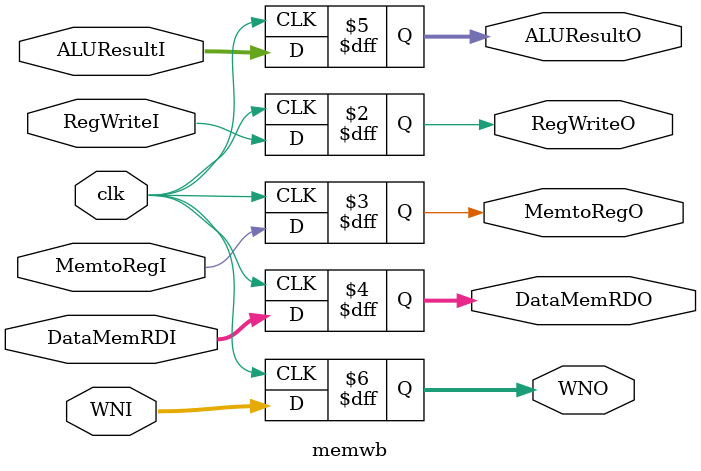
<source format=v>
module memwb( RegWriteO, MemtoRegO, DataMemRDO, ALUResultO, WNO,
	      RegWriteI, MemtoRegI, DataMemRDI, ALUResultI, WNI, clk );
	output reg RegWriteO, MemtoRegO;
	input RegWriteI, MemtoRegI, clk;
	output reg [31:0] DataMemRDO, ALUResultO;
	input [31:0] DataMemRDI, ALUResultI;
	output reg [4:0] WNO;
	input [4:0] WNI;

	always@(posedge clk) begin
		RegWriteO <= RegWriteI;
		MemtoRegO <= MemtoRegI;
		DataMemRDO <= DataMemRDI;
		ALUResultO <= ALUResultI;
		WNO <= WNI;
	end
endmodule

</source>
